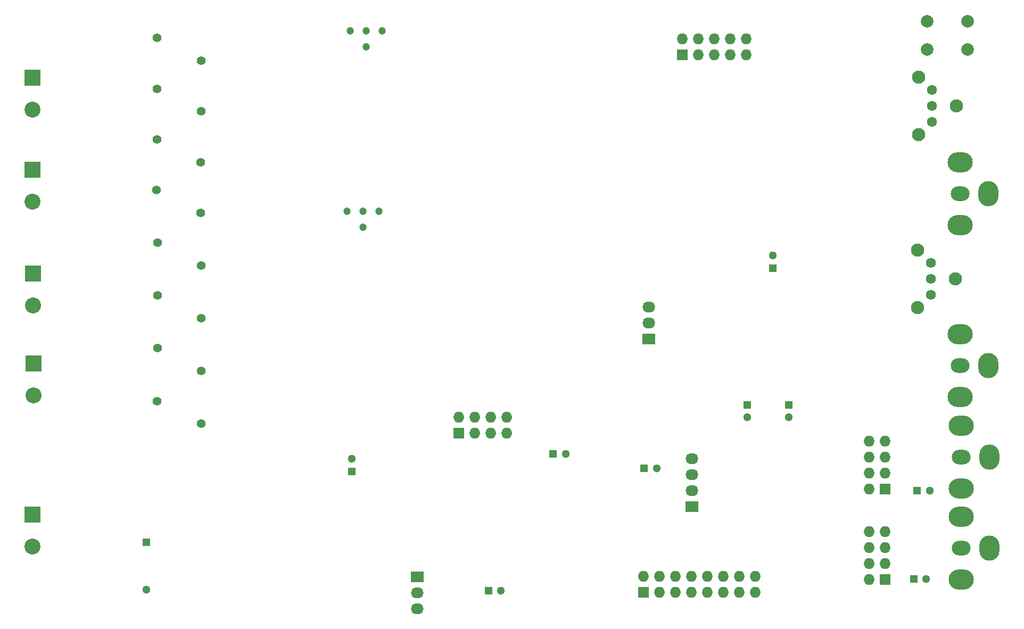
<source format=gbs>
G04 #@! TF.GenerationSoftware,KiCad,Pcbnew,7.0.1*
G04 #@! TF.CreationDate,2024-01-30T15:52:28+01:00*
G04 #@! TF.ProjectId,smd_aio,736d645f-6169-46f2-9e6b-696361645f70,rev?*
G04 #@! TF.SameCoordinates,Original*
G04 #@! TF.FileFunction,Soldermask,Bot*
G04 #@! TF.FilePolarity,Negative*
%FSLAX46Y46*%
G04 Gerber Fmt 4.6, Leading zero omitted, Abs format (unit mm)*
G04 Created by KiCad (PCBNEW 7.0.1) date 2024-01-30 15:52:28*
%MOMM*%
%LPD*%
G01*
G04 APERTURE LIST*
%ADD10C,1.200000*%
%ADD11R,1.300000X1.300000*%
%ADD12C,1.300000*%
%ADD13O,3.000000X2.300000*%
%ADD14O,4.000000X3.200000*%
%ADD15O,3.200000X4.000000*%
%ADD16C,1.400000*%
%ADD17R,2.032000X1.727200*%
%ADD18O,2.032000X1.727200*%
%ADD19R,1.727200X1.727200*%
%ADD20O,1.727200X1.727200*%
%ADD21R,2.540000X2.540000*%
%ADD22C,2.540000*%
%ADD23C,2.100000*%
%ADD24C,1.600000*%
%ADD25C,2.000000*%
G04 APERTURE END LIST*
D10*
X78994000Y-49784000D03*
X76454000Y-52324000D03*
X76454000Y-49824000D03*
X73914000Y-49784000D03*
X79502000Y-21082000D03*
X76962000Y-23622000D03*
X76962000Y-21122000D03*
X74422000Y-21082000D03*
D11*
X74676000Y-91186000D03*
D12*
X74676000Y-89186000D03*
D11*
X96401000Y-110213000D03*
D12*
X98401000Y-110213000D03*
D11*
X121158000Y-90678000D03*
D12*
X123158000Y-90678000D03*
D11*
X106680000Y-88392000D03*
D12*
X108680000Y-88392000D03*
D11*
X164601000Y-94263000D03*
D12*
X166601000Y-94263000D03*
D11*
X164051000Y-108313000D03*
D12*
X166051000Y-108313000D03*
D11*
X141626000Y-58838000D03*
D12*
X141626000Y-56838000D03*
D11*
X137551000Y-80613000D03*
D12*
X137551000Y-82613000D03*
D11*
X144201000Y-80613000D03*
D12*
X144201000Y-82613000D03*
D13*
X171601000Y-88913000D03*
D14*
X171601000Y-83913000D03*
D15*
X176101000Y-88913000D03*
D14*
X171601000Y-93913000D03*
D13*
X171626000Y-103413000D03*
D14*
X171626000Y-98413000D03*
D15*
X176126000Y-103413000D03*
D14*
X171626000Y-108413000D03*
D16*
X50626000Y-50063000D03*
X43626000Y-46463000D03*
X50651000Y-41988000D03*
X43651000Y-38388000D03*
X50670000Y-33930000D03*
X43670000Y-30330000D03*
X50670000Y-25850000D03*
X43670000Y-22250000D03*
X50688000Y-83610000D03*
X43688000Y-80010000D03*
X50744000Y-75206000D03*
X43744000Y-71606000D03*
X50744000Y-66824000D03*
X43744000Y-63224000D03*
X50744000Y-58442000D03*
X43744000Y-54842000D03*
D17*
X128778000Y-96774000D03*
D18*
X128778000Y-94234000D03*
X128778000Y-91694000D03*
X128778000Y-89154000D03*
D17*
X85090000Y-107950000D03*
D18*
X85090000Y-110490000D03*
X85090000Y-113030000D03*
D19*
X127254000Y-24892000D03*
D20*
X127254000Y-22352000D03*
X129794000Y-24892000D03*
X129794000Y-22352000D03*
X132334000Y-24892000D03*
X132334000Y-22352000D03*
X134874000Y-24892000D03*
X134874000Y-22352000D03*
X137414000Y-24892000D03*
X137414000Y-22352000D03*
D19*
X121076000Y-110438000D03*
D20*
X121076000Y-107898000D03*
X123616000Y-110438000D03*
X123616000Y-107898000D03*
X126156000Y-110438000D03*
X126156000Y-107898000D03*
X128696000Y-110438000D03*
X128696000Y-107898000D03*
X131236000Y-110438000D03*
X131236000Y-107898000D03*
X133776000Y-110438000D03*
X133776000Y-107898000D03*
X136316000Y-110438000D03*
X136316000Y-107898000D03*
X138856000Y-110438000D03*
X138856000Y-107898000D03*
D19*
X159512000Y-93980000D03*
D20*
X156972000Y-93980000D03*
X159512000Y-91440000D03*
X156972000Y-91440000D03*
X159512000Y-88900000D03*
X156972000Y-88900000D03*
X159512000Y-86360000D03*
X156972000Y-86360000D03*
D19*
X159526000Y-108438000D03*
D20*
X156986000Y-108438000D03*
X159526000Y-105898000D03*
X156986000Y-105898000D03*
X159526000Y-103358000D03*
X156986000Y-103358000D03*
X159526000Y-100818000D03*
X156986000Y-100818000D03*
D21*
X23851000Y-43173000D03*
D22*
X23851000Y-48253000D03*
D21*
X23851000Y-28573000D03*
D22*
X23851000Y-33653000D03*
D23*
X164876000Y-37663000D03*
X170876000Y-33063000D03*
X164876000Y-28463000D03*
D24*
X166976000Y-30523000D03*
X166976000Y-33063000D03*
X166976000Y-35603000D03*
D23*
X164651000Y-65163000D03*
X170651000Y-60563000D03*
X164651000Y-55963000D03*
D24*
X166751000Y-58023000D03*
X166751000Y-60563000D03*
X166751000Y-63103000D03*
D21*
X23870000Y-98110000D03*
D22*
X23870000Y-103190000D03*
D21*
X24001000Y-74003000D03*
D22*
X24001000Y-79083000D03*
D21*
X23921000Y-59713000D03*
D22*
X23921000Y-64793000D03*
D25*
X172668000Y-24094000D03*
X166168000Y-24094000D03*
X172668000Y-19594000D03*
X166168000Y-19594000D03*
D11*
X42000000Y-102500000D03*
D12*
X42000000Y-110000000D03*
D19*
X91694000Y-85090000D03*
D20*
X91694000Y-82550000D03*
X94234000Y-85090000D03*
X94234000Y-82550000D03*
X96774000Y-85090000D03*
X96774000Y-82550000D03*
X99314000Y-85090000D03*
X99314000Y-82550000D03*
D13*
X171450000Y-47000000D03*
D14*
X171450000Y-42000000D03*
D15*
X175950000Y-47000000D03*
D14*
X171450000Y-52000000D03*
D13*
X171450000Y-74375000D03*
D14*
X171450000Y-69375000D03*
D15*
X175950000Y-74375000D03*
D14*
X171450000Y-79375000D03*
D17*
X121920000Y-70104000D03*
D18*
X121920000Y-67564000D03*
X121920000Y-65024000D03*
M02*

</source>
